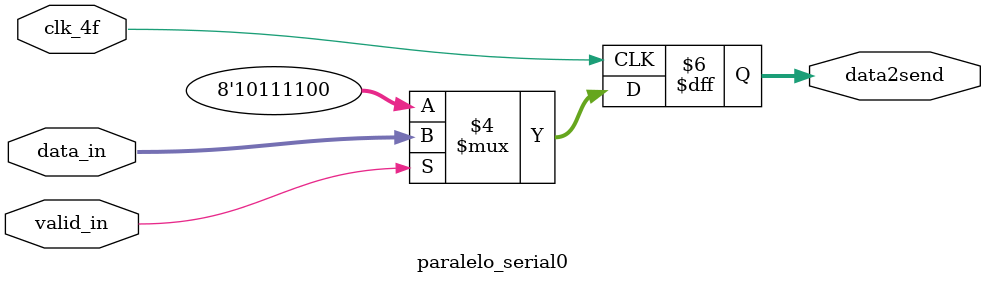
<source format=v>
module paralelo_serial0(input clk_4f,
                        input [7:0] data_in,
                        input valid_in,
                        output reg [7:0] data2send);
    always @(posedge clk_4f)begin
        if (valid_in==0)begin
            data2send <= 8'hBC;
        end
        else begin
            data2send <= data_in;
        end 
    end
endmodule
</source>
